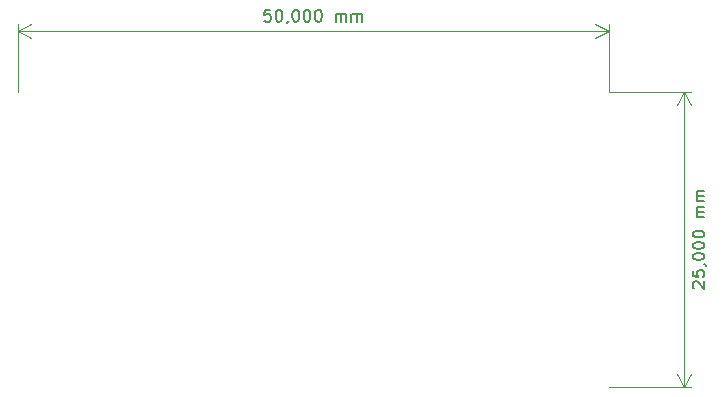
<source format=gbr>
G04 #@! TF.GenerationSoftware,KiCad,Pcbnew,(5.1.5)-3*
G04 #@! TF.CreationDate,2020-07-01T02:10:36+02:00*
G04 #@! TF.ProjectId,GermaniumFuzz,4765726d-616e-4697-956d-46757a7a2e6b,rev?*
G04 #@! TF.SameCoordinates,Original*
G04 #@! TF.FileFunction,Legend,Bot*
G04 #@! TF.FilePolarity,Positive*
%FSLAX46Y46*%
G04 Gerber Fmt 4.6, Leading zero omitted, Abs format (unit mm)*
G04 Created by KiCad (PCBNEW (5.1.5)-3) date 2020-07-01 02:10:36*
%MOMM*%
%LPD*%
G04 APERTURE LIST*
%ADD10C,0.150000*%
%ADD11C,0.120000*%
G04 APERTURE END LIST*
D10*
X134717619Y-119142857D02*
X134670000Y-119095238D01*
X134622380Y-119000000D01*
X134622380Y-118761904D01*
X134670000Y-118666666D01*
X134717619Y-118619047D01*
X134812857Y-118571428D01*
X134908095Y-118571428D01*
X135050952Y-118619047D01*
X135622380Y-119190476D01*
X135622380Y-118571428D01*
X134622380Y-117666666D02*
X134622380Y-118142857D01*
X135098571Y-118190476D01*
X135050952Y-118142857D01*
X135003333Y-118047619D01*
X135003333Y-117809523D01*
X135050952Y-117714285D01*
X135098571Y-117666666D01*
X135193809Y-117619047D01*
X135431904Y-117619047D01*
X135527142Y-117666666D01*
X135574761Y-117714285D01*
X135622380Y-117809523D01*
X135622380Y-118047619D01*
X135574761Y-118142857D01*
X135527142Y-118190476D01*
X135574761Y-117142857D02*
X135622380Y-117142857D01*
X135717619Y-117190476D01*
X135765238Y-117238095D01*
X134622380Y-116523809D02*
X134622380Y-116428571D01*
X134670000Y-116333333D01*
X134717619Y-116285714D01*
X134812857Y-116238095D01*
X135003333Y-116190476D01*
X135241428Y-116190476D01*
X135431904Y-116238095D01*
X135527142Y-116285714D01*
X135574761Y-116333333D01*
X135622380Y-116428571D01*
X135622380Y-116523809D01*
X135574761Y-116619047D01*
X135527142Y-116666666D01*
X135431904Y-116714285D01*
X135241428Y-116761904D01*
X135003333Y-116761904D01*
X134812857Y-116714285D01*
X134717619Y-116666666D01*
X134670000Y-116619047D01*
X134622380Y-116523809D01*
X134622380Y-115571428D02*
X134622380Y-115476190D01*
X134670000Y-115380952D01*
X134717619Y-115333333D01*
X134812857Y-115285714D01*
X135003333Y-115238095D01*
X135241428Y-115238095D01*
X135431904Y-115285714D01*
X135527142Y-115333333D01*
X135574761Y-115380952D01*
X135622380Y-115476190D01*
X135622380Y-115571428D01*
X135574761Y-115666666D01*
X135527142Y-115714285D01*
X135431904Y-115761904D01*
X135241428Y-115809523D01*
X135003333Y-115809523D01*
X134812857Y-115761904D01*
X134717619Y-115714285D01*
X134670000Y-115666666D01*
X134622380Y-115571428D01*
X134622380Y-114619047D02*
X134622380Y-114523809D01*
X134670000Y-114428571D01*
X134717619Y-114380952D01*
X134812857Y-114333333D01*
X135003333Y-114285714D01*
X135241428Y-114285714D01*
X135431904Y-114333333D01*
X135527142Y-114380952D01*
X135574761Y-114428571D01*
X135622380Y-114523809D01*
X135622380Y-114619047D01*
X135574761Y-114714285D01*
X135527142Y-114761904D01*
X135431904Y-114809523D01*
X135241428Y-114857142D01*
X135003333Y-114857142D01*
X134812857Y-114809523D01*
X134717619Y-114761904D01*
X134670000Y-114714285D01*
X134622380Y-114619047D01*
X135622380Y-113095238D02*
X134955714Y-113095238D01*
X135050952Y-113095238D02*
X135003333Y-113047619D01*
X134955714Y-112952380D01*
X134955714Y-112809523D01*
X135003333Y-112714285D01*
X135098571Y-112666666D01*
X135622380Y-112666666D01*
X135098571Y-112666666D02*
X135003333Y-112619047D01*
X134955714Y-112523809D01*
X134955714Y-112380952D01*
X135003333Y-112285714D01*
X135098571Y-112238095D01*
X135622380Y-112238095D01*
X135622380Y-111761904D02*
X134955714Y-111761904D01*
X135050952Y-111761904D02*
X135003333Y-111714285D01*
X134955714Y-111619047D01*
X134955714Y-111476190D01*
X135003333Y-111380952D01*
X135098571Y-111333333D01*
X135622380Y-111333333D01*
X135098571Y-111333333D02*
X135003333Y-111285714D01*
X134955714Y-111190476D01*
X134955714Y-111047619D01*
X135003333Y-110952380D01*
X135098571Y-110904761D01*
X135622380Y-110904761D01*
D11*
X133900000Y-127500000D02*
X133900000Y-102500000D01*
X127500000Y-127500000D02*
X134486421Y-127500000D01*
X127500000Y-102500000D02*
X134486421Y-102500000D01*
X133900000Y-102500000D02*
X134486421Y-103626504D01*
X133900000Y-102500000D02*
X133313579Y-103626504D01*
X133900000Y-127500000D02*
X134486421Y-126373496D01*
X133900000Y-127500000D02*
X133313579Y-126373496D01*
D10*
X98880952Y-95582380D02*
X98404761Y-95582380D01*
X98357142Y-96058571D01*
X98404761Y-96010952D01*
X98500000Y-95963333D01*
X98738095Y-95963333D01*
X98833333Y-96010952D01*
X98880952Y-96058571D01*
X98928571Y-96153809D01*
X98928571Y-96391904D01*
X98880952Y-96487142D01*
X98833333Y-96534761D01*
X98738095Y-96582380D01*
X98500000Y-96582380D01*
X98404761Y-96534761D01*
X98357142Y-96487142D01*
X99547619Y-95582380D02*
X99642857Y-95582380D01*
X99738095Y-95630000D01*
X99785714Y-95677619D01*
X99833333Y-95772857D01*
X99880952Y-95963333D01*
X99880952Y-96201428D01*
X99833333Y-96391904D01*
X99785714Y-96487142D01*
X99738095Y-96534761D01*
X99642857Y-96582380D01*
X99547619Y-96582380D01*
X99452380Y-96534761D01*
X99404761Y-96487142D01*
X99357142Y-96391904D01*
X99309523Y-96201428D01*
X99309523Y-95963333D01*
X99357142Y-95772857D01*
X99404761Y-95677619D01*
X99452380Y-95630000D01*
X99547619Y-95582380D01*
X100357142Y-96534761D02*
X100357142Y-96582380D01*
X100309523Y-96677619D01*
X100261904Y-96725238D01*
X100976190Y-95582380D02*
X101071428Y-95582380D01*
X101166666Y-95630000D01*
X101214285Y-95677619D01*
X101261904Y-95772857D01*
X101309523Y-95963333D01*
X101309523Y-96201428D01*
X101261904Y-96391904D01*
X101214285Y-96487142D01*
X101166666Y-96534761D01*
X101071428Y-96582380D01*
X100976190Y-96582380D01*
X100880952Y-96534761D01*
X100833333Y-96487142D01*
X100785714Y-96391904D01*
X100738095Y-96201428D01*
X100738095Y-95963333D01*
X100785714Y-95772857D01*
X100833333Y-95677619D01*
X100880952Y-95630000D01*
X100976190Y-95582380D01*
X101928571Y-95582380D02*
X102023809Y-95582380D01*
X102119047Y-95630000D01*
X102166666Y-95677619D01*
X102214285Y-95772857D01*
X102261904Y-95963333D01*
X102261904Y-96201428D01*
X102214285Y-96391904D01*
X102166666Y-96487142D01*
X102119047Y-96534761D01*
X102023809Y-96582380D01*
X101928571Y-96582380D01*
X101833333Y-96534761D01*
X101785714Y-96487142D01*
X101738095Y-96391904D01*
X101690476Y-96201428D01*
X101690476Y-95963333D01*
X101738095Y-95772857D01*
X101785714Y-95677619D01*
X101833333Y-95630000D01*
X101928571Y-95582380D01*
X102880952Y-95582380D02*
X102976190Y-95582380D01*
X103071428Y-95630000D01*
X103119047Y-95677619D01*
X103166666Y-95772857D01*
X103214285Y-95963333D01*
X103214285Y-96201428D01*
X103166666Y-96391904D01*
X103119047Y-96487142D01*
X103071428Y-96534761D01*
X102976190Y-96582380D01*
X102880952Y-96582380D01*
X102785714Y-96534761D01*
X102738095Y-96487142D01*
X102690476Y-96391904D01*
X102642857Y-96201428D01*
X102642857Y-95963333D01*
X102690476Y-95772857D01*
X102738095Y-95677619D01*
X102785714Y-95630000D01*
X102880952Y-95582380D01*
X104404761Y-96582380D02*
X104404761Y-95915714D01*
X104404761Y-96010952D02*
X104452380Y-95963333D01*
X104547619Y-95915714D01*
X104690476Y-95915714D01*
X104785714Y-95963333D01*
X104833333Y-96058571D01*
X104833333Y-96582380D01*
X104833333Y-96058571D02*
X104880952Y-95963333D01*
X104976190Y-95915714D01*
X105119047Y-95915714D01*
X105214285Y-95963333D01*
X105261904Y-96058571D01*
X105261904Y-96582380D01*
X105738095Y-96582380D02*
X105738095Y-95915714D01*
X105738095Y-96010952D02*
X105785714Y-95963333D01*
X105880952Y-95915714D01*
X106023809Y-95915714D01*
X106119047Y-95963333D01*
X106166666Y-96058571D01*
X106166666Y-96582380D01*
X106166666Y-96058571D02*
X106214285Y-95963333D01*
X106309523Y-95915714D01*
X106452380Y-95915714D01*
X106547619Y-95963333D01*
X106595238Y-96058571D01*
X106595238Y-96582380D01*
D11*
X127500000Y-97400000D02*
X77500000Y-97400000D01*
X127500000Y-102500000D02*
X127500000Y-96813579D01*
X77500000Y-102500000D02*
X77500000Y-96813579D01*
X77500000Y-97400000D02*
X78626504Y-96813579D01*
X77500000Y-97400000D02*
X78626504Y-97986421D01*
X127500000Y-97400000D02*
X126373496Y-96813579D01*
X127500000Y-97400000D02*
X126373496Y-97986421D01*
M02*

</source>
